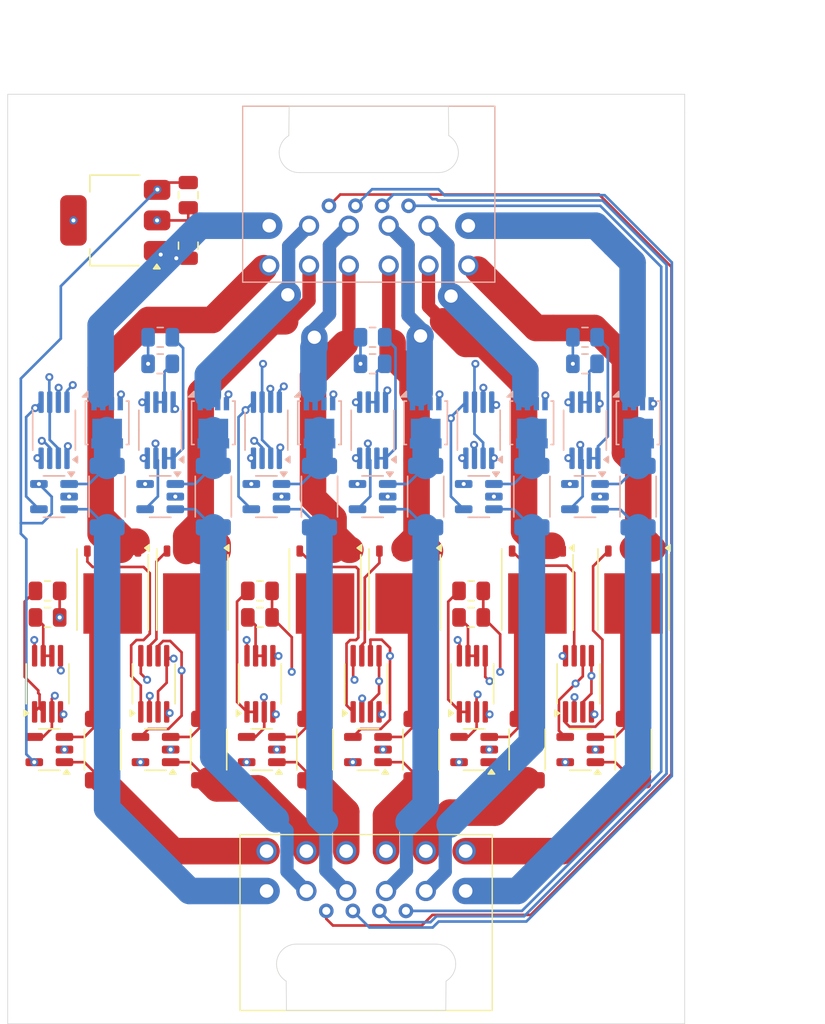
<source format=kicad_pcb>
(kicad_pcb
	(version 20240108)
	(generator "pcbnew")
	(generator_version "8.0")
	(general
		(thickness 1.6)
		(legacy_teardrops no)
	)
	(paper "A4")
	(layers
		(0 "F.Cu" signal)
		(1 "In1.Cu" signal)
		(2 "In2.Cu" signal)
		(31 "B.Cu" signal)
		(32 "B.Adhes" user "B.Adhesive")
		(33 "F.Adhes" user "F.Adhesive")
		(34 "B.Paste" user)
		(35 "F.Paste" user)
		(36 "B.SilkS" user "B.Silkscreen")
		(37 "F.SilkS" user "F.Silkscreen")
		(38 "B.Mask" user)
		(39 "F.Mask" user)
		(40 "Dwgs.User" user "User.Drawings")
		(41 "Cmts.User" user "User.Comments")
		(42 "Eco1.User" user "User.Eco1")
		(43 "Eco2.User" user "User.Eco2")
		(44 "Edge.Cuts" user)
		(45 "Margin" user)
		(46 "B.CrtYd" user "B.Courtyard")
		(47 "F.CrtYd" user "F.Courtyard")
		(48 "B.Fab" user)
		(49 "F.Fab" user)
		(50 "User.1" user)
		(51 "User.2" user)
		(52 "User.3" user)
		(53 "User.4" user)
		(54 "User.5" user)
		(55 "User.6" user)
		(56 "User.7" user)
		(57 "User.8" user)
		(58 "User.9" user)
	)
	(setup
		(stackup
			(layer "F.SilkS"
				(type "Top Silk Screen")
			)
			(layer "F.Paste"
				(type "Top Solder Paste")
			)
			(layer "F.Mask"
				(type "Top Solder Mask")
				(thickness 0.01)
			)
			(layer "F.Cu"
				(type "copper")
				(thickness 0.035)
			)
			(layer "dielectric 1"
				(type "prepreg")
				(thickness 0.1)
				(material "FR4")
				(epsilon_r 4.5)
				(loss_tangent 0.02)
			)
			(layer "In1.Cu"
				(type "copper")
				(thickness 0.035)
			)
			(layer "dielectric 2"
				(type "core")
				(thickness 1.24)
				(material "FR4")
				(epsilon_r 4.5)
				(loss_tangent 0.02)
			)
			(layer "In2.Cu"
				(type "copper")
				(thickness 0.035)
			)
			(layer "dielectric 3"
				(type "prepreg")
				(thickness 0.1)
				(material "FR4")
				(epsilon_r 4.5)
				(loss_tangent 0.02)
			)
			(layer "B.Cu"
				(type "copper")
				(thickness 0.035)
			)
			(layer "B.Mask"
				(type "Bottom Solder Mask")
				(thickness 0.01)
			)
			(layer "B.Paste"
				(type "Bottom Solder Paste")
			)
			(layer "B.SilkS"
				(type "Bottom Silk Screen")
			)
			(copper_finish "None")
			(dielectric_constraints no)
		)
		(pad_to_mask_clearance 0)
		(allow_soldermask_bridges_in_footprints no)
		(pcbplotparams
			(layerselection 0x00010fc_ffffffff)
			(plot_on_all_layers_selection 0x0000000_00000000)
			(disableapertmacros no)
			(usegerberextensions no)
			(usegerberattributes yes)
			(usegerberadvancedattributes yes)
			(creategerberjobfile yes)
			(dashed_line_dash_ratio 12.000000)
			(dashed_line_gap_ratio 3.000000)
			(svgprecision 4)
			(plotframeref no)
			(viasonmask no)
			(mode 1)
			(useauxorigin no)
			(hpglpennumber 1)
			(hpglpenspeed 20)
			(hpglpendiameter 15.000000)
			(pdf_front_fp_property_popups yes)
			(pdf_back_fp_property_popups yes)
			(dxfpolygonmode yes)
			(dxfimperialunits yes)
			(dxfusepcbnewfont yes)
			(psnegative no)
			(psa4output no)
			(plotreference yes)
			(plotvalue yes)
			(plotfptext yes)
			(plotinvisibletext no)
			(sketchpadsonfab no)
			(subtractmaskfromsilk no)
			(outputformat 1)
			(mirror no)
			(drillshape 1)
			(scaleselection 1)
			(outputdirectory "")
		)
	)
	(net 0 "")
	(net 1 "+3.3V")
	(net 2 "+12V")
	(net 3 "Net-(Q1-D)")
	(net 4 "Net-(J1-Pin_11)")
	(net 5 "Net-(Q1-G)")
	(net 6 "Net-(Q2-D)")
	(net 7 "Net-(J1-Pin_9)")
	(net 8 "Net-(Q2-G)")
	(net 9 "Net-(Q3-G)")
	(net 10 "Net-(Q3-D)")
	(net 11 "Net-(J1-Pin_7)")
	(net 12 "Net-(J1-Pin_5)")
	(net 13 "Net-(Q4-G)")
	(net 14 "Net-(Q4-D)")
	(net 15 "Net-(Q5-D)")
	(net 16 "Net-(J1-Pin_3)")
	(net 17 "Net-(Q5-G)")
	(net 18 "Net-(Q6-D)")
	(net 19 "Net-(Q6-G)")
	(net 20 "Net-(Q7-D)")
	(net 21 "GND")
	(net 22 "Net-(Q7-G)")
	(net 23 "Net-(Q8-D)")
	(net 24 "Net-(Q8-G)")
	(net 25 "Net-(Q9-D)")
	(net 26 "Net-(Q9-G)")
	(net 27 "Net-(Q10-D)")
	(net 28 "Net-(Q10-G)")
	(net 29 "Net-(Q11-G)")
	(net 30 "Net-(Q11-D)")
	(net 31 "Net-(Q12-G)")
	(net 32 "Net-(Q12-D)")
	(net 33 "Net-(J2-Pin_1)")
	(net 34 "Net-(J2-Pin_3)")
	(net 35 "Net-(J2-Pin_5)")
	(net 36 "Net-(J2-Pin_7)")
	(net 37 "Net-(J2-Pin_9)")
	(net 38 "Net-(J2-Pin_11)")
	(net 39 "Net-(J2-Pin_12)")
	(net 40 "Net-(J2-Pin_10)")
	(net 41 "Net-(J2-Pin_8)")
	(net 42 "Net-(J2-Pin_6)")
	(net 43 "Net-(J2-Pin_4)")
	(net 44 "Net-(J2-Pin_2)")
	(net 45 "Net-(U1A--)")
	(net 46 "Net-(U10A--)")
	(net 47 "Net-(U1B--)")
	(net 48 "Net-(U2A--)")
	(net 49 "Net-(U2B--)")
	(net 50 "Net-(U3A--)")
	(net 51 "Net-(U3B--)")
	(net 52 "Net-(U23A-+)")
	(net 53 "Net-(U20A--)")
	(net 54 "Net-(U20B--)")
	(net 55 "Net-(U21A--)")
	(net 56 "Net-(U21B--)")
	(net 57 "Net-(U22A--)")
	(net 58 "Net-(U22B--)")
	(net 59 "Net-(U10B-+)")
	(net 60 "Net-(U10A-+)")
	(net 61 "Net-(U11A-+)")
	(net 62 "Net-(U11B-+)")
	(net 63 "Net-(U12A-+)")
	(net 64 "Net-(U12B-+)")
	(net 65 "Net-(U22B-+)")
	(net 66 "Net-(U22A-+)")
	(net 67 "Net-(U21B-+)")
	(net 68 "Net-(U21A-+)")
	(net 69 "Net-(U20B-+)")
	(net 70 "Net-(U20A-+)")
	(net 71 "/S1")
	(net 72 "/S2")
	(net 73 "/S0")
	(net 74 "/S3")
	(net 75 "/R10")
	(net 76 "/R8")
	(net 77 "/R4")
	(net 78 "/R6")
	(net 79 "/R12")
	(footprint "Package_TO_SOT_SMD:TDSON-8-1" (layer "F.Cu") (at 186.905 88.9 -90))
	(footprint "Package_TO_SOT_SMD:SOT-23-5" (layer "F.Cu") (at 174.1375 100.95 180))
	(footprint "Package_TO_SOT_SMD:TDSON-8-1" (layer "F.Cu") (at 154.905 88.9 -90))
	(footprint "Package_TO_SOT_SMD:SOT-23-5" (layer "F.Cu") (at 150.1375 100.95 180))
	(footprint "Package_SO:MSOP-8_3x3mm_P0.65mm" (layer "F.Cu") (at 150 96 90))
	(footprint "Package_SO:MSOP-8_3x3mm_P0.65mm" (layer "F.Cu") (at 182 96 90))
	(footprint "Resistor_SMD:R_0805_2012Metric" (layer "F.Cu") (at 166 91))
	(footprint "Package_TO_SOT_SMD:SOT-23-5" (layer "F.Cu") (at 166.1375 100.95 180))
	(footprint "Package_TO_SOT_SMD:SOT-23-5" (layer "F.Cu") (at 182.1375 100.95 180))
	(footprint "Package_TO_SOT_SMD:TDSON-8-1" (layer "F.Cu") (at 170.905 88.9 -90))
	(footprint "User:12V2x6" (layer "F.Cu") (at 174 115.1))
	(footprint "Resistor_SMD:R_2010_5025Metric" (layer "F.Cu") (at 186.1375 100.95 90))
	(footprint "Capacitor_SMD:C_0805_2012Metric" (layer "F.Cu") (at 160.6 59.2 -90))
	(footprint "Package_TO_SOT_SMD:SOT-23-5" (layer "F.Cu") (at 190.1375 100.95 180))
	(footprint "Package_TO_SOT_SMD:TDSON-8-1" (layer "F.Cu") (at 194.15 88.9 -90))
	(footprint "Resistor_SMD:R_2010_5025Metric" (layer "F.Cu") (at 178.1375 100.95 90))
	(footprint "Package_SO:MSOP-8_3x3mm_P0.65mm" (layer "F.Cu") (at 166 96 90))
	(footprint "Package_TO_SOT_SMD:TDSON-8-1" (layer "F.Cu") (at 176.905 88.9 -90))
	(footprint "Resistor_SMD:R_2010_5025Metric" (layer "F.Cu") (at 154.1375 100.95 90))
	(footprint "Resistor_SMD:R_0805_2012Metric" (layer "F.Cu") (at 181.9125 89))
	(footprint "Package_TO_SOT_SMD:TDSON-8-1" (layer "F.Cu") (at 160.905 88.9 -90))
	(footprint "Resistor_SMD:R_2010_5025Metric" (layer "F.Cu") (at 162.1375 100.95 90))
	(footprint "Package_SO:MSOP-8_3x3mm_P0.65mm" (layer "F.Cu") (at 190 96 90))
	(footprint "Resistor_SMD:R_0805_2012Metric" (layer "F.Cu") (at 150 89))
	(footprint "Package_SO:MSOP-8_3x3mm_P0.65mm" (layer "F.Cu") (at 158 96 90))
	(footprint "Package_TO_SOT_SMD:SOT-23-5" (layer "F.Cu") (at 158.1375 100.95 180))
	(footprint "Resistor_SMD:R_0805_2012Metric"
		(layer "F.Cu")
		(uuid "c5dc8e74-c51c-4334-8a3a-1eabe8f3e8e3")
		(at 150 91)
		(descr "Resistor SMD 0805 (2012 Metric), square (rectangular) end terminal, IPC_7351 nominal, (Body size source: IPC-SM-782 page 72, https://www.pcb-3d.com/wordpress/wp-content/uploads/ipc-sm-782a_amendment_1_and_2.pdf), generated with kicad-footprint-generator")
		(tags "resistor")
		(property "Reference" "R20"
			(at 0 -1.65 0)
			(layer "F.SilkS")
			(hide yes)
			(uuid "d5958b9f-c910-4e85-be94-23b84d21325d")
			(effects
				(font
					(size 1 1)
					(thickness 0.15)
				)
			)
		)
		(property "Value" "1k"
			(at 0 1.65 0)
			(layer "F.Fab")
			(uuid "bd585846-bfba-4f10-a3a2-9a6b3d459ff0")
			(effects
				(font
					(size 1 1)
					(thickness 0.15)
				)
			)
		)
		(property "Footprint" "Resistor_SMD:R_0805_2012Metric"
			(at 0 0 0)
			(unlocked yes)
			(layer "F.Fab")
			(hide yes)
			(uuid "1a8269f1-ec5a-4d67-92c8-50254634f3e1")
			(effects
				(font
					(size 1.27 1.27)
					(thickness 0.15)
				)
			)
		)
		(property "Datasheet" "https://partdb.agrokonzulta.cz/en/part/22/info"
			(at 0 0 0)
			(unlocked yes)
			(layer "F.Fab")
			(hide yes)
			(uuid "38182c8c-a9c4-4165-b18a-9c65bc77e594")
			(effects
				(font
					(size 1.27 1.27)
					(thickness 0.15)
				)
			)
		)
		(property "Description" "1kOhm 1/8W / 1 kOhms ±1% 0.125W, 1/8W Chip Resistor 0805 (2012 Metric) Moisture Resistant Thick Film"
			(at 0 0 0)
			(unlocked yes)
			(layer "F.Fab")
			(hide yes)
			(uuid "a3c73219-4051-4979-b9d7-cc1bca8077c2")
			(effects
				(font
					(size 1.27 1.27)
					(thickness 0.15)
				)
			)
		)
		(property "Category" "Resistors"
			(at 0 0 0)
			(unlocked yes)
			(layer "F.Fab")
			(hide yes)
			(uuid "5c2ed7d3-a95a-43dc-96e6-2e117478b67d")
			(effects
				(font
					(size 1 1)
					(thickness 0.15)
				)
			)
		)
		(property "MPN" "RC0805FR-071KL"
			(at 0 0 0)
			(unlocked yes)
			(layer "F.Fab")
			(hide yes)
			(uuid "e6b67cef-008a-44f7-bed3-360b5f7331ca")
			(effects
				(font
					(size 1 1)
					(thickness 0.15)
				)
			)
		)
		(property "Manufacturer" "YAGEO"
			(at 0 0 0)
			(unlocked yes)
			(layer "F.Fab")
			(hide yes)
			(uuid "cd4860f0-1c95-494b-acfd-39113512dace")
			(effects
				(font
					(size 1 1)
					(thickness 0.15)
				)
			)
		)
		(property "Manufacturing Status" "Active"
			(at 0 0 0)
			(unlocked yes)
			(layer "F.Fab")
			(hide yes)
			(uuid "a7c710be-4cbd-4a0c-abcb-83a6eea0ce33")
			(effects
				(font
					(size 1 1)
					(thickness 0.15)
				)
			)
		)
		(property "Part-DB Footprint" "0805"
			(at 0 0 0)
			(
... [675461 chars truncated]
</source>
